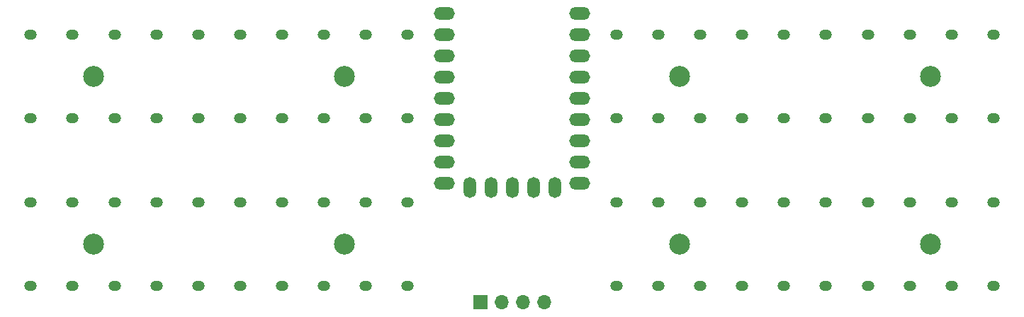
<source format=gbr>
%TF.GenerationSoftware,KiCad,Pcbnew,7.0.8*%
%TF.CreationDate,2023-11-24T20:45:19-06:00*%
%TF.ProjectId,buinchiez40,6275696e-6368-4696-957a-34302e6b6963,rev?*%
%TF.SameCoordinates,Original*%
%TF.FileFunction,Soldermask,Bot*%
%TF.FilePolarity,Negative*%
%FSLAX46Y46*%
G04 Gerber Fmt 4.6, Leading zero omitted, Abs format (unit mm)*
G04 Created by KiCad (PCBNEW 7.0.8) date 2023-11-24 20:45:19*
%MOMM*%
%LPD*%
G01*
G04 APERTURE LIST*
%ADD10O,2.500000X1.500000*%
%ADD11O,1.500000X2.500000*%
%ADD12C,2.500000*%
%ADD13O,1.524000X1.224000*%
%ADD14R,1.700000X1.700000*%
%ADD15O,1.700000X1.700000*%
G04 APERTURE END LIST*
D10*
%TO.C,U1*%
X153120000Y-57460000D03*
X153120000Y-60000000D03*
X153120000Y-62540000D03*
X153120000Y-65080000D03*
X153120000Y-67620000D03*
X153120000Y-70160000D03*
X153120000Y-72700000D03*
X153120000Y-75240000D03*
X153120000Y-77780000D03*
D11*
X150080000Y-78280000D03*
X147540000Y-78280000D03*
X145000000Y-78280000D03*
X142460000Y-78280000D03*
X139920000Y-78280000D03*
D10*
X136880000Y-77780000D03*
X136880000Y-75240000D03*
X136880000Y-72700000D03*
X136880000Y-70160000D03*
X136880000Y-67620000D03*
X136880000Y-65080000D03*
X136880000Y-62540000D03*
X136880000Y-60000000D03*
X136880000Y-57460000D03*
%TD*%
D12*
%TO.C,H7*%
X165000000Y-85000000D03*
%TD*%
D13*
%TO.C,SW38*%
X177500000Y-90000000D03*
X182500000Y-90000000D03*
%TD*%
%TO.C,SW17*%
X167500000Y-70000000D03*
X172500000Y-70000000D03*
%TD*%
%TO.C,SW27*%
X167500000Y-80000000D03*
X172500000Y-80000000D03*
%TD*%
%TO.C,SW28*%
X177500000Y-80000000D03*
X182500000Y-80000000D03*
%TD*%
D12*
%TO.C,H4*%
X195000000Y-65000000D03*
%TD*%
D13*
%TO.C,SW7*%
X167500000Y-60000000D03*
X172500000Y-60000000D03*
%TD*%
%TO.C,SW6*%
X157500000Y-60000000D03*
X162500000Y-60000000D03*
%TD*%
%TO.C,SW31*%
X92500000Y-90000000D03*
X87500000Y-90000000D03*
%TD*%
%TO.C,SW23*%
X112500000Y-80000000D03*
X107500000Y-80000000D03*
%TD*%
%TO.C,SW34*%
X122500000Y-90000000D03*
X117500000Y-90000000D03*
%TD*%
%TO.C,SW1*%
X92500000Y-60000000D03*
X87500000Y-60000000D03*
%TD*%
%TO.C,SW20*%
X197500000Y-70000000D03*
X202500000Y-70000000D03*
%TD*%
D12*
%TO.C,H6*%
X125000000Y-85000000D03*
%TD*%
%TO.C,H3*%
X165000000Y-65000000D03*
%TD*%
D13*
%TO.C,SW35*%
X132500000Y-90000000D03*
X127500000Y-90000000D03*
%TD*%
D12*
%TO.C,H5*%
X95000000Y-85000000D03*
%TD*%
D13*
%TO.C,SW15*%
X132500000Y-70000000D03*
X127500000Y-70000000D03*
%TD*%
%TO.C,SW12*%
X102500000Y-70000000D03*
X97500000Y-70000000D03*
%TD*%
%TO.C,SW8*%
X177500000Y-60000000D03*
X182500000Y-60000000D03*
%TD*%
D12*
%TO.C,H1*%
X95000000Y-65000000D03*
%TD*%
D13*
%TO.C,SW2*%
X102500000Y-60000000D03*
X97500000Y-60000000D03*
%TD*%
%TO.C,SW25*%
X132500000Y-80000000D03*
X127500000Y-80000000D03*
%TD*%
%TO.C,SW3*%
X112500000Y-60000000D03*
X107500000Y-60000000D03*
%TD*%
%TO.C,SW10*%
X197500000Y-60000000D03*
X202500000Y-60000000D03*
%TD*%
%TO.C,SW9*%
X187500000Y-60000000D03*
X192500000Y-60000000D03*
%TD*%
%TO.C,SW11*%
X92500000Y-70000000D03*
X87500000Y-70000000D03*
%TD*%
%TO.C,SW21*%
X92500000Y-80000000D03*
X87500000Y-80000000D03*
%TD*%
%TO.C,SW19*%
X187500000Y-70000000D03*
X192500000Y-70000000D03*
%TD*%
%TO.C,SW14*%
X122500000Y-70000000D03*
X117500000Y-70000000D03*
%TD*%
%TO.C,SW16*%
X157500000Y-70000000D03*
X162500000Y-70000000D03*
%TD*%
%TO.C,SW26*%
X157500000Y-80000000D03*
X162500000Y-80000000D03*
%TD*%
%TO.C,SW32*%
X102500000Y-90000000D03*
X97500000Y-90000000D03*
%TD*%
%TO.C,SW30*%
X197500000Y-80000000D03*
X202500000Y-80000000D03*
%TD*%
D12*
%TO.C,H2*%
X125000000Y-65000000D03*
%TD*%
D13*
%TO.C,SW22*%
X102500000Y-80000000D03*
X97500000Y-80000000D03*
%TD*%
%TO.C,SW37*%
X167500000Y-90000000D03*
X172500000Y-90000000D03*
%TD*%
%TO.C,SW39*%
X187500000Y-90000000D03*
X192500000Y-90000000D03*
%TD*%
%TO.C,SW5*%
X132500000Y-60000000D03*
X127500000Y-60000000D03*
%TD*%
%TO.C,SW13*%
X112500000Y-70000000D03*
X107500000Y-70000000D03*
%TD*%
%TO.C,SW29*%
X187500000Y-80000000D03*
X192500000Y-80000000D03*
%TD*%
D12*
%TO.C,H8*%
X195000000Y-85000000D03*
%TD*%
D13*
%TO.C,SW4*%
X122500000Y-60000000D03*
X117500000Y-60000000D03*
%TD*%
%TO.C,SW18*%
X177500000Y-70000000D03*
X182500000Y-70000000D03*
%TD*%
%TO.C,SW24*%
X122500000Y-80000000D03*
X117500000Y-80000000D03*
%TD*%
%TO.C,SW33*%
X112500000Y-90000000D03*
X107500000Y-90000000D03*
%TD*%
%TO.C,SW36*%
X157500000Y-90000000D03*
X162500000Y-90000000D03*
%TD*%
%TO.C,SW40*%
X197500000Y-90000000D03*
X202500000Y-90000000D03*
%TD*%
D14*
%TO.C,J1*%
X141210000Y-92000000D03*
D15*
X143750000Y-92000000D03*
X146290000Y-92000000D03*
X148830000Y-92000000D03*
%TD*%
M02*

</source>
